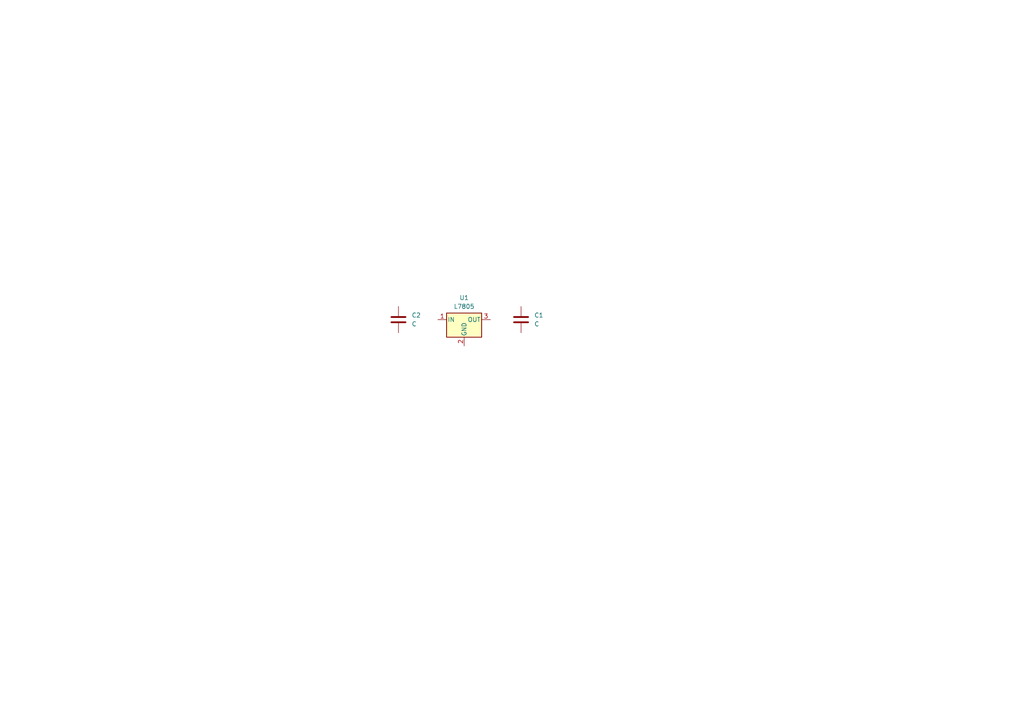
<source format=kicad_sch>
(kicad_sch (version 20250114) (generator "eeschema") (generator_version "9.0")
  (paper "A4")
  (lib_symbols
    (symbol "Device:C" (pin_numbers (hide yes)) (pin_names (offset 0.254))
      (property "Reference" "C" (at 0.635 2.54 0))
      (property "Value" "C" (at 0.635 -2.54 0))
      (symbol "C_0_1"
        (polyline (pts (xy -2.032 0.762) (xy 2.032 0.762)) (stroke (width 0.508)))
        (polyline (pts (xy -2.032 -0.762) (xy 2.032 -0.762)) (stroke (width 0.508)))
      )
      (symbol "C_1_1"
        (pin passive line (at 0 3.81 270) (length 2.794) (name "~") (number "1"))
        (pin passive line (at 0 -3.81 90) (length 2.794) (name "~") (number "2"))
      )
    )
    (symbol "Regulator_Linear:L7805" (pin_names (offset 0.254))
      (property "Reference" "U" (at -3.81 3.175 0))
      (property "Value" "L7805" (at 0 3.175 0))
      (symbol "L7805_0_1"
        (rectangle (start -5.08 1.905) (end 5.08 -5.08) (stroke (width 0.254)) (fill (type background)))
      )
      (symbol "L7805_1_1"
        (pin power_in line (at -7.62 0 0) (length 2.54) (name "IN") (number "1"))
        (pin power_in line (at 0 -7.62 90) (length 2.54) (name "GND") (number "2"))
        (pin power_out line (at 7.62 0 180) (length 2.54) (name "OUT") (number "3"))
      )
    )
  )
  (symbol (lib_id "Regulator_Linear:L7805") (at 134.62 92.71 0) (unit 1)
    (property "Reference" "U1" (at 134.62 86.36 0))
    (property "Value" "L7805" (at 134.62 88.9 0))
    (property "Datasheet" "http://www.st.com/content/ccc/resource/technical/document/datasheet/41/4f/b3/b0/12/d4/47/88/CD00000444.pdf/files/CD00000444.pdf/jcr:content/translations/en.CD00000444.pdf" (effects (hide yes)))
    (property "Description" "Positive 1.5A 35V Linear Regulator, Fixed Output 5V, TO-220/TO-263/TO-252" (effects (hide yes)))
  )
  (symbol (lib_id "Device:C") (at 151.13 92.71 0) (unit 1)
    (property "Reference" "C1" (at 154.94 91.4399 0) (effects (justify left)))
    (property "Value" "C" (at 154.94 93.9799 0) (effects (justify left)))
    (property "Description" "Unpolarized capacitor" (effects (hide yes)))
  )
  (symbol (lib_id "Device:C") (at 115.57 92.71 0) (unit 1)
    (property "Reference" "C2" (at 119.38 91.4399 0) (effects (justify left)))
    (property "Value" "C" (at 119.38 93.9799 0) (effects (justify left)))
    (property "Description" "Unpolarized capacitor" (effects (hide yes)))
  )
)
</source>
